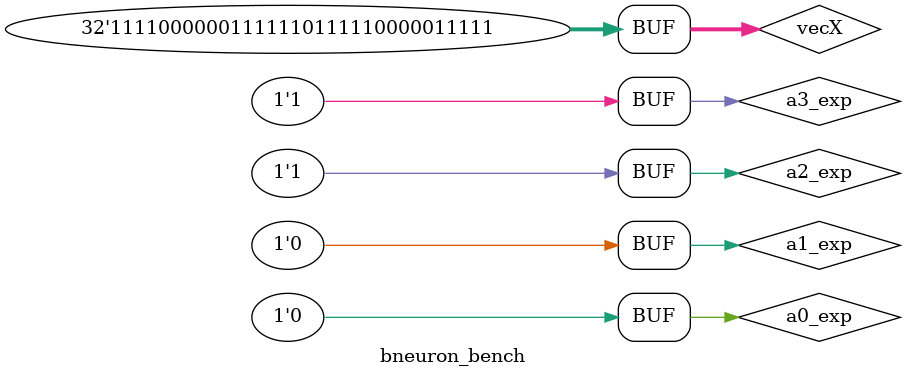
<source format=v>
`timescale 1 ns/10 ps

module bneuron_bench;
   parameter VWIDTH = 32;
   parameter CWIDTH = 6;

   reg[VWIDTH-1:0] vecX;
   wire a0, a1, a2, a3;
   reg a0_exp, a1_exp, a2_exp, a3_exp;

   bneuron #(VWIDTH,CWIDTH,32'b00000000000000000000000000000000,6'b000000 + 6'b110000) bneuron0I(vecX, a0);
   bneuron #(VWIDTH,CWIDTH,32'b00000000000000000000000000000001,6'b000001 + 6'b110000) bneuron1I(vecX, a1);
   bneuron #(VWIDTH,CWIDTH,32'b01010101010101010101010101010101,6'b001010 + 6'b110000) bneuron2I(vecX, a2);
   bneuron #(VWIDTH,CWIDTH,32'b11111111111111111111111111111110,6'b000101 + 6'b110000) bneuron3I(vecX, a3);

   initial begin
       vecX   = 32'b00000000000000000000000000000000;
       a0_exp = 1;
       a1_exp = 1;
       a2_exp = 1;
       a3_exp = 0;
       #10;
       vecX   = 32'b00000000000000000000000000000001;
       a0_exp = 1;
       a1_exp = 1;
       a2_exp = 1;
       a3_exp = 0;
       #10;
       vecX   = 32'b01010101010101010101010101010101;
       a0_exp = 1;
       a1_exp = 1;
       a2_exp = 1;
       a3_exp = 1;
       #10;
       vecX   = 32'b10011100011000111000010000100001;
       a0_exp = 1;
       a1_exp = 1;
       a2_exp = 1;
       a3_exp = 1;
       #10;
       vecX   = 32'b00001111000011110111000111000111;
       a0_exp = 0;
       a1_exp = 1;
       a2_exp = 1;
       a3_exp = 1;
       #10;
       vecX   = 32'b11110000001111110111110000011111;
       a0_exp = 0;
       a1_exp = 0;
       a2_exp = 1;
       a3_exp = 1;
       #10;
   end

endmodule

</source>
